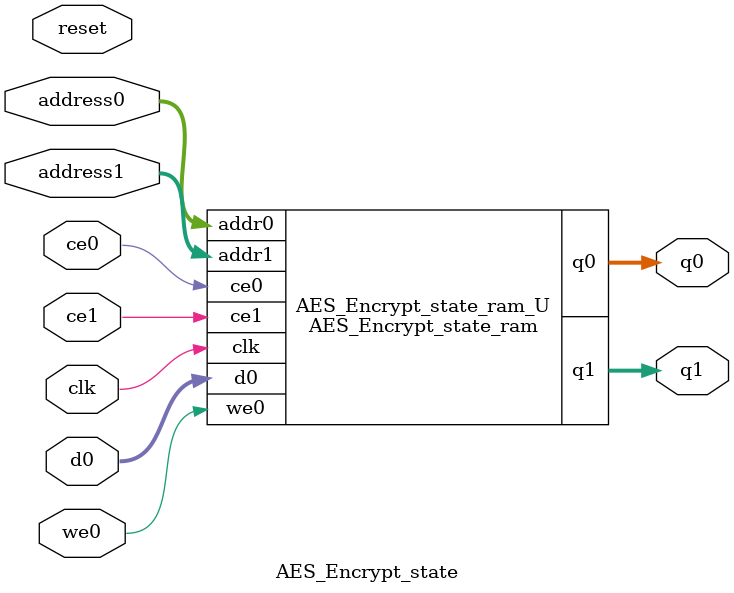
<source format=v>

`timescale 1 ns / 1 ps
module AES_Encrypt_state_ram (addr0, ce0, d0, we0, q0, addr1, ce1, q1,  clk);

parameter DWIDTH = 8;
parameter AWIDTH = 4;
parameter MEM_SIZE = 16;

input[AWIDTH-1:0] addr0;
input ce0;
input[DWIDTH-1:0] d0;
input we0;
output reg[DWIDTH-1:0] q0;
input[AWIDTH-1:0] addr1;
input ce1;
output reg[DWIDTH-1:0] q1;
input clk;

(* ram_style = "distributed" *)reg [DWIDTH-1:0] ram[MEM_SIZE-1:0];




always @(posedge clk)  
begin 
    if (ce0) 
    begin
        if (we0) 
        begin 
            ram[addr0] <= d0; 
            q0 <= d0;
        end 
        else 
            q0 <= ram[addr0];
    end
end


always @(posedge clk)  
begin 
    if (ce1) 
    begin
            q1 <= ram[addr1];
    end
end


endmodule


`timescale 1 ns / 1 ps
module AES_Encrypt_state(
    reset,
    clk,
    address0,
    ce0,
    we0,
    d0,
    q0,
    address1,
    ce1,
    q1);

parameter DataWidth = 32'd8;
parameter AddressRange = 32'd16;
parameter AddressWidth = 32'd4;
input reset;
input clk;
input[AddressWidth - 1:0] address0;
input ce0;
input we0;
input[DataWidth - 1:0] d0;
output[DataWidth - 1:0] q0;
input[AddressWidth - 1:0] address1;
input ce1;
output[DataWidth - 1:0] q1;



AES_Encrypt_state_ram AES_Encrypt_state_ram_U(
    .clk( clk ),
    .addr0( address0 ),
    .ce0( ce0 ),
    .d0( d0 ),
    .we0( we0 ),
    .q0( q0 ),
    .addr1( address1 ),
    .ce1( ce1 ),
    .q1( q1 ));

endmodule


</source>
